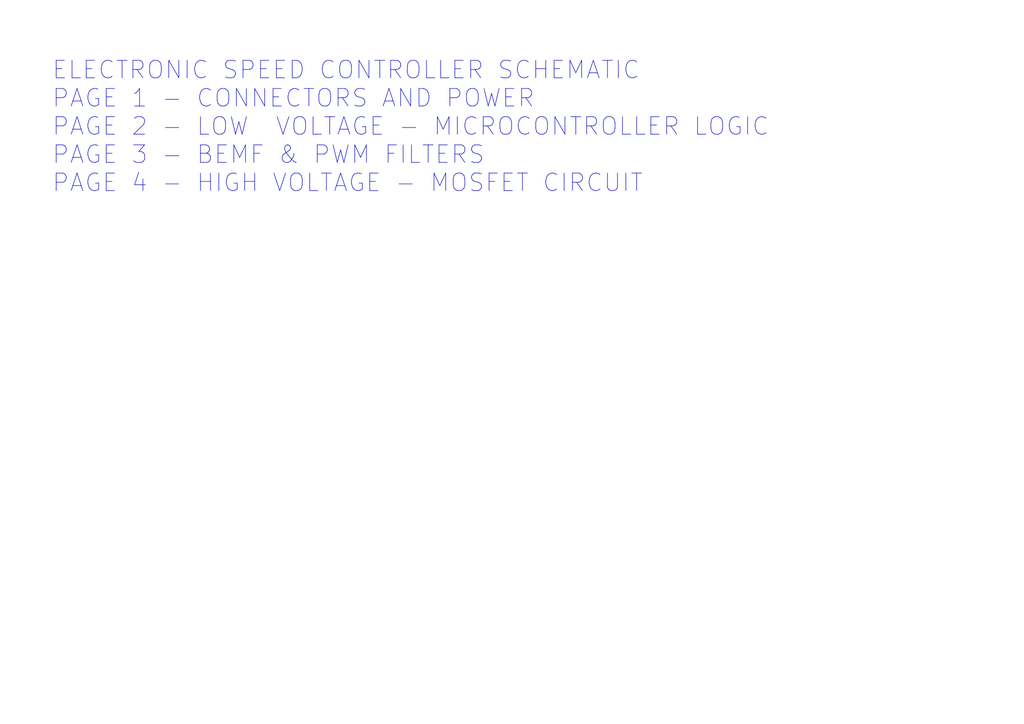
<source format=kicad_sch>
(kicad_sch
	(version 20231120)
	(generator "eeschema")
	(generator_version "8.0")
	(uuid "5e78a042-f21c-485f-9078-8bbae1bbdc1b")
	(paper "A4")
	(lib_symbols)
	(text "ELECTRONIC SPEED CONTROLLER SCHEMATIC\nPAGE 1 - CONNECTORS AND POWER\nPAGE 2 - LOW  VOLTAGE - MICROCONTROLLER LOGIC\nPAGE 3 - BEMF & PWM FILTERS\nPAGE 4 - HIGH VOLTAGE - MOSFET CIRCUIT"
		(exclude_from_sim no)
		(at 14.986 36.83 0)
		(effects
			(font
				(size 5.08 5.08)
			)
			(justify left)
		)
		(uuid "0069c8a0-9582-4f7e-bdf4-fc993a07ba9e")
	)
	(sheet
		(at -388.874 146.304)
		(size 12.7 3.81)
		(fields_autoplaced yes)
		(stroke
			(width 0.1524)
			(type solid)
		)
		(fill
			(color 0 0 0 0.0000)
		)
		(uuid "2307451a-0c00-46fb-aee2-d692a4eb353a")
		(property "Sheetname" "Filters"
			(at -388.874 145.5924 0)
			(effects
				(font
					(size 1.27 1.27)
				)
				(justify left bottom)
				(hide yes)
			)
		)
		(property "Sheetfile" "Pages/filters.kicad_sch"
			(at -388.874 150.6986 0)
			(effects
				(font
					(size 1.27 1.27)
				)
				(justify left top)
				(hide yes)
			)
		)
		(instances
			(project "esc"
				(path "/5e78a042-f21c-485f-9078-8bbae1bbdc1b"
					(page "4")
				)
			)
		)
	)
	(sheet
		(at -393.7 152.4)
		(size 12.7 3.81)
		(fields_autoplaced yes)
		(stroke
			(width 0)
			(type solid)
		)
		(fill
			(color 0 0 0 0.0000)
		)
		(uuid "72aa585c-a458-4220-9637-1fe072122e9c")
		(property "Sheetname" "Connectors"
			(at -393.7 151.6884 0)
			(effects
				(font
					(size 1.27 1.27)
				)
				(justify left bottom)
				(hide yes)
			)
		)
		(property "Sheetfile" "Pages/connectors.kicad_sch"
			(at -393.7 156.7946 0)
			(effects
				(font
					(size 1.27 1.27)
				)
				(justify left top)
				(hide yes)
			)
		)
		(instances
			(project "esc"
				(path "/5e78a042-f21c-485f-9078-8bbae1bbdc1b"
					(page "2")
				)
			)
		)
	)
	(sheet
		(at -393.7 163.83)
		(size 12.7 3.81)
		(fields_autoplaced yes)
		(stroke
			(width 0.1524)
			(type solid)
		)
		(fill
			(color 0 0 0 0.0000)
		)
		(uuid "803d909a-09e2-4af7-89a2-13fdb9464b38")
		(property "Sheetname" "High Voltage"
			(at -393.7 163.1184 0)
			(effects
				(font
					(size 1.27 1.27)
				)
				(justify left bottom)
				(hide yes)
			)
		)
		(property "Sheetfile" "Pages/high_voltage_sch.kicad_sch"
			(at -393.7 168.2246 0)
			(effects
				(font
					(size 1.27 1.27)
				)
				(justify left top)
				(hide yes)
			)
		)
		(instances
			(project "esc"
				(path "/5e78a042-f21c-485f-9078-8bbae1bbdc1b"
					(page "5")
				)
			)
		)
	)
	(sheet
		(at -393.065 158.75)
		(size 12.065 3.81)
		(fields_autoplaced yes)
		(stroke
			(width 0.1524)
			(type solid)
		)
		(fill
			(color 0 0 0 0.0000)
		)
		(uuid "9f25a095-da1c-4b42-a0b8-dca0a87bd952")
		(property "Sheetname" "Low Voltage"
			(at -393.065 158.0384 0)
			(effects
				(font
					(size 1.27 1.27)
				)
				(justify left bottom)
				(hide yes)
			)
		)
		(property "Sheetfile" "Pages/low_voltage_sch.kicad_sch"
			(at -393.065 163.1446 0)
			(effects
				(font
					(size 1.27 1.27)
				)
				(justify left top)
				(hide yes)
			)
		)
		(instances
			(project "esc"
				(path "/5e78a042-f21c-485f-9078-8bbae1bbdc1b"
					(page "3")
				)
			)
		)
	)
	(sheet_instances
		(path "/"
			(page "1")
		)
	)
)
</source>
